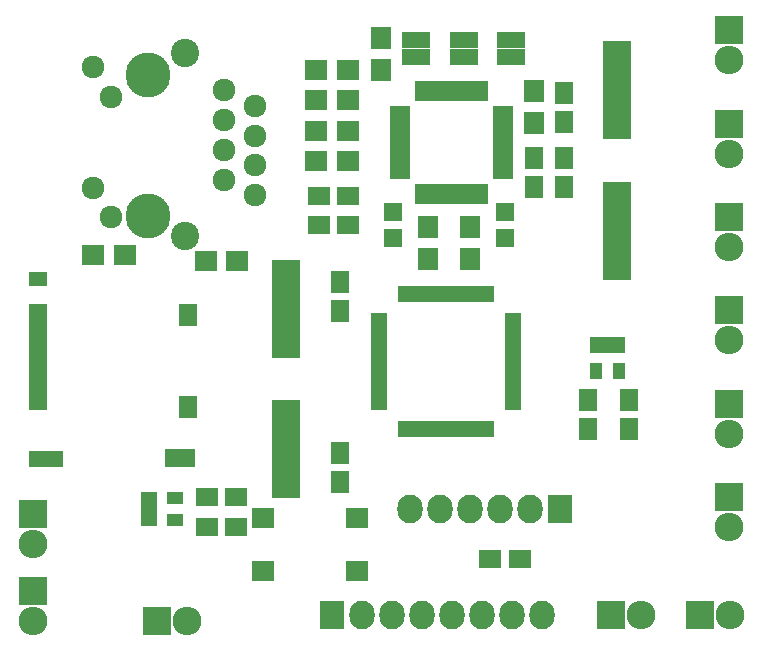
<source format=gbr>
G04 #@! TF.FileFunction,Soldermask,Top*
%FSLAX46Y46*%
G04 Gerber Fmt 4.6, Leading zero omitted, Abs format (unit mm)*
G04 Created by KiCad (PCBNEW 4.0.6-e0-6349~53~ubuntu16.04.1) date Mon Jul 24 21:03:44 2017*
%MOMM*%
%LPD*%
G01*
G04 APERTURE LIST*
%ADD10C,0.100000*%
%ADD11R,1.700000X0.650000*%
%ADD12R,0.650000X1.700000*%
%ADD13R,1.650000X1.900000*%
%ADD14R,1.900000X1.650000*%
%ADD15R,1.640000X1.200000*%
%ADD16R,1.550000X1.900000*%
%ADD17R,2.600000X1.550000*%
%ADD18R,2.900000X1.350000*%
%ADD19R,1.600000X1.600000*%
%ADD20R,2.400000X1.400000*%
%ADD21R,2.127200X2.432000*%
%ADD22O,2.127200X2.432000*%
%ADD23R,2.432000X2.432000*%
%ADD24O,2.432000X2.432000*%
%ADD25C,1.924000*%
%ADD26C,2.400000*%
%ADD27C,3.800000*%
%ADD28R,1.700000X1.900000*%
%ADD29R,1.900000X1.700000*%
%ADD30R,0.650000X1.400000*%
%ADD31R,1.400000X0.650000*%
%ADD32R,1.460000X1.050000*%
%ADD33R,1.050000X1.460000*%
%ADD34R,2.400000X8.275000*%
%ADD35R,1.950000X1.700000*%
G04 APERTURE END LIST*
D10*
D11*
X62650000Y-28750000D03*
X62650000Y-29250000D03*
X62650000Y-29750000D03*
X62650000Y-30250000D03*
X62650000Y-30750000D03*
X62650000Y-31250000D03*
X62650000Y-31750000D03*
X62650000Y-32250000D03*
X62650000Y-32750000D03*
X62650000Y-33250000D03*
X62650000Y-33750000D03*
X62650000Y-34250000D03*
D12*
X64250000Y-35850000D03*
X64750000Y-35850000D03*
X65250000Y-35850000D03*
X65750000Y-35850000D03*
X66250000Y-35850000D03*
X66750000Y-35850000D03*
X67250000Y-35850000D03*
X67750000Y-35850000D03*
X68250000Y-35850000D03*
X68750000Y-35850000D03*
X69250000Y-35850000D03*
X69750000Y-35850000D03*
D11*
X71350000Y-34250000D03*
X71350000Y-33750000D03*
X71350000Y-33250000D03*
X71350000Y-32750000D03*
X71350000Y-32250000D03*
X71350000Y-31750000D03*
X71350000Y-31250000D03*
X71350000Y-30750000D03*
X71350000Y-30250000D03*
X71350000Y-29750000D03*
X71350000Y-29250000D03*
X71350000Y-28750000D03*
D12*
X69750000Y-27150000D03*
X69250000Y-27150000D03*
X68750000Y-27150000D03*
X68250000Y-27150000D03*
X67750000Y-27150000D03*
X67250000Y-27150000D03*
X66750000Y-27150000D03*
X66250000Y-27150000D03*
X65750000Y-27150000D03*
X65250000Y-27150000D03*
X64750000Y-27150000D03*
X64250000Y-27150000D03*
D13*
X57500000Y-43250000D03*
X57500000Y-45750000D03*
X57500000Y-60250000D03*
X57500000Y-57750000D03*
D14*
X46250000Y-61500000D03*
X48750000Y-61500000D03*
X46250000Y-64000000D03*
X48750000Y-64000000D03*
D13*
X78500000Y-53250000D03*
X78500000Y-55750000D03*
X82000000Y-53250000D03*
X82000000Y-55750000D03*
X76500000Y-32750000D03*
X76500000Y-35250000D03*
X76500000Y-27250000D03*
X76500000Y-29750000D03*
D14*
X55750000Y-38500000D03*
X58250000Y-38500000D03*
X55750000Y-36000000D03*
X58250000Y-36000000D03*
D15*
X32000000Y-45750006D03*
X32000000Y-46857148D03*
X32000000Y-47964290D03*
X32000000Y-49071432D03*
X32000000Y-50178574D03*
X32000000Y-51285716D03*
X32000000Y-52392858D03*
X32000000Y-53500000D03*
X32000000Y-43000000D03*
D16*
X44700000Y-46100000D03*
X44700000Y-53900000D03*
D17*
X44000000Y-58200000D03*
D18*
X32600000Y-58300000D03*
D19*
X62000000Y-39600000D03*
X62000000Y-37400000D03*
X71500000Y-39600000D03*
X71500000Y-37400000D03*
D20*
X64000000Y-22800000D03*
X64000000Y-24200000D03*
X68000000Y-22800000D03*
X68000000Y-24200000D03*
X72000000Y-22800000D03*
X72000000Y-24200000D03*
D21*
X76120000Y-62500000D03*
D22*
X73580000Y-62500000D03*
X71040000Y-62500000D03*
X68500000Y-62500000D03*
X65960000Y-62500000D03*
X63420000Y-62500000D03*
D23*
X90500000Y-21960000D03*
D24*
X90500000Y-24500000D03*
D23*
X90500000Y-29868000D03*
D24*
X90500000Y-32408000D03*
D23*
X90500000Y-37776000D03*
D24*
X90500000Y-40316000D03*
D23*
X90500000Y-45684000D03*
D24*
X90500000Y-48224000D03*
D23*
X90500000Y-53592000D03*
D24*
X90500000Y-56132000D03*
D23*
X90500000Y-61500000D03*
D24*
X90500000Y-64040000D03*
D21*
X56880000Y-71500000D03*
D22*
X59420000Y-71500000D03*
X61960000Y-71500000D03*
X64500000Y-71500000D03*
X67040000Y-71500000D03*
X69580000Y-71500000D03*
X72120000Y-71500000D03*
X74660000Y-71500000D03*
D23*
X80460000Y-71500000D03*
D24*
X83000000Y-71500000D03*
D23*
X88000000Y-71500000D03*
D24*
X90540000Y-71500000D03*
D23*
X31500000Y-62960000D03*
D24*
X31500000Y-65500000D03*
D23*
X42000000Y-72000000D03*
D24*
X44540000Y-72000000D03*
D23*
X31500000Y-69460000D03*
D24*
X31500000Y-72000000D03*
D25*
X47700000Y-27050000D03*
X50300000Y-28350000D03*
X47700000Y-29583333D03*
X50300000Y-30883333D03*
X47700000Y-32116666D03*
X50300000Y-33416666D03*
X47700000Y-34649999D03*
X50300000Y-35949999D03*
D26*
X44400000Y-39400000D03*
X44400000Y-23900000D03*
D25*
X38150000Y-27650000D03*
X36650000Y-25100000D03*
X38150000Y-37800000D03*
X36650000Y-35300000D03*
D27*
X41300000Y-37700000D03*
X41300000Y-25800000D03*
D28*
X74000000Y-29850000D03*
X74000000Y-27150000D03*
X61000000Y-25350000D03*
X61000000Y-22650000D03*
D29*
X48850000Y-41500000D03*
X46150000Y-41500000D03*
X39350000Y-41000000D03*
X36650000Y-41000000D03*
D28*
X68500000Y-38650000D03*
X68500000Y-41350000D03*
X65000000Y-38650000D03*
X65000000Y-41350000D03*
D29*
X55500000Y-33000000D03*
X58200000Y-33000000D03*
X55500000Y-30500000D03*
X58200000Y-30500000D03*
X55500000Y-25300000D03*
X58200000Y-25300000D03*
X55500000Y-27900000D03*
X58200000Y-27900000D03*
D30*
X62750000Y-55700000D03*
X63250000Y-55700000D03*
X63750000Y-55700000D03*
X64250000Y-55700000D03*
X64750000Y-55700000D03*
X65250000Y-55700000D03*
X65750000Y-55700000D03*
X66250000Y-55700000D03*
X66750000Y-55700000D03*
X67250000Y-55700000D03*
X67750000Y-55700000D03*
X68250000Y-55700000D03*
X68750000Y-55700000D03*
X69250000Y-55700000D03*
X69750000Y-55700000D03*
X70250000Y-55700000D03*
D31*
X72200000Y-53750000D03*
X72200000Y-53250000D03*
X72200000Y-52750000D03*
X72200000Y-52250000D03*
X72200000Y-51750000D03*
X72200000Y-51250000D03*
X72200000Y-50750000D03*
X72200000Y-50250000D03*
X72200000Y-49750000D03*
X72200000Y-49250000D03*
X72200000Y-48750000D03*
X72200000Y-48250000D03*
X72200000Y-47750000D03*
X72200000Y-47250000D03*
X72200000Y-46750000D03*
X72200000Y-46250000D03*
D30*
X70250000Y-44300000D03*
X69750000Y-44300000D03*
X69250000Y-44300000D03*
X68750000Y-44300000D03*
X68250000Y-44300000D03*
X67750000Y-44300000D03*
X67250000Y-44300000D03*
X66750000Y-44300000D03*
X66250000Y-44300000D03*
X65750000Y-44300000D03*
X65250000Y-44300000D03*
X64750000Y-44300000D03*
X64250000Y-44300000D03*
X63750000Y-44300000D03*
X63250000Y-44300000D03*
X62750000Y-44300000D03*
D31*
X60800000Y-46250000D03*
X60800000Y-46750000D03*
X60800000Y-47250000D03*
X60800000Y-47750000D03*
X60800000Y-48250000D03*
X60800000Y-48750000D03*
X60800000Y-49250000D03*
X60800000Y-49750000D03*
X60800000Y-50250000D03*
X60800000Y-50750000D03*
X60800000Y-51250000D03*
X60800000Y-51750000D03*
X60800000Y-52250000D03*
X60800000Y-52750000D03*
X60800000Y-53250000D03*
X60800000Y-53750000D03*
D32*
X41400000Y-61550000D03*
X41400000Y-62500000D03*
X41400000Y-63450000D03*
X43600000Y-63450000D03*
X43600000Y-61550000D03*
D33*
X81125000Y-48610952D03*
X80175000Y-48610952D03*
X79225000Y-48610952D03*
X79225000Y-50810952D03*
X81125000Y-50810952D03*
D34*
X53000000Y-57437500D03*
X53000000Y-45562500D03*
X81000000Y-38937500D03*
X81000000Y-27062500D03*
D13*
X74000000Y-35250000D03*
X74000000Y-32750000D03*
D14*
X70250000Y-66750000D03*
X72750000Y-66750000D03*
D35*
X51025000Y-63250000D03*
X58975000Y-63250000D03*
X51025000Y-67750000D03*
X58975000Y-67750000D03*
M02*

</source>
